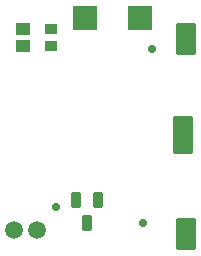
<source format=gts>
G04 Layer: TopSolderMaskLayer*
G04 EasyEDA v6.5.15, 2022-10-03 21:12:50*
G04 fb6dd305ba754b819a97ba8624fd114e,51c7c353d140458ba7ebdfa259124d39,10*
G04 Gerber Generator version 0.2*
G04 Scale: 100 percent, Rotated: No, Reflected: No *
G04 Dimensions in millimeters *
G04 leading zeros omitted , absolute positions ,4 integer and 5 decimal *
%FSLAX45Y45*%
%MOMM*%

%AMMACRO1*1,1,$1,$2,$3*1,1,$1,$4,$5*1,1,$1,0-$2,0-$3*1,1,$1,0-$4,0-$5*20,1,$1,$2,$3,$4,$5,0*20,1,$1,$4,$5,0-$2,0-$3,0*20,1,$1,0-$2,0-$3,0-$4,0-$5,0*20,1,$1,0-$4,0-$5,$2,$3,0*4,1,4,$2,$3,$4,$5,0-$2,0-$3,0-$4,0-$5,$2,$3,0*%
%ADD10MACRO1,0.2032X-0.762X1.5X0.762X1.5*%
%ADD11MACRO1,0.2032X-0.762X1.25X0.762X1.25*%
%ADD12C,1.5240*%
%ADD13C,1.7272*%
%ADD14MACRO1,0.1016X-0.5X-0.475X-0.5X0.475*%
%ADD15MACRO1,0.1016X1X-1X-1X-1*%
%ADD16MACRO1,0.1016X-0.35X-0.625X-0.35X0.625*%
%ADD17MACRO1,0.1016X0.432X-0.4032X-0.432X-0.4032*%
%ADD18MACRO1,0.1016X0.432X0.4032X-0.432X0.4032*%
%ADD19C,0.7112*%
%ADD20C,1.5020*%
%ADD21C,1.5016*%

%LPD*%
D10*
G01*
X625398Y18796D03*
D11*
G01*
X650798Y831596D03*
G01*
X650798Y-819403D03*
D12*
G01*
X650798Y818895D03*
D13*
G01*
X650798Y-819404D03*
D14*
G01*
X-733501Y914298D03*
G01*
X-733501Y774298D03*
D15*
G01*
X-201498Y1009396D03*
G01*
X258503Y1009396D03*
D16*
G01*
X-92405Y-528904D03*
G01*
X-282395Y-528904D03*
G01*
X-187399Y-728903D03*
D17*
G01*
X-492201Y919620D03*
D18*
G01*
X-492201Y768971D03*
D19*
G01*
X358698Y742695D03*
G01*
X282498Y-730504D03*
G01*
X-454101Y-590804D03*
D20*
G01*
X-809599Y-787400D03*
D21*
G01*
X-609600Y-787400D03*
M02*

</source>
